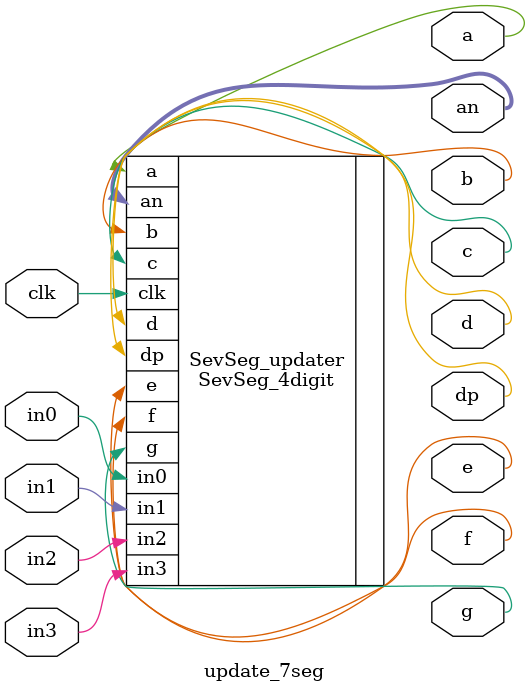
<source format=sv>
`timescale 1ns / 1ps


//--------------------------------updates 7 sgement----------------------------------//
module update_7seg(
    input clk, //100Mhz on Basys3
	input in0, in1, in2, in3,
	//7-segment signals
	output a, b, c, d, e, f, g, dp, 
    output [3:0] an
);

SevSeg_4digit SevSeg_updater(
	.clk(clk),
	.in3(in3), .in2(in2), .in1(in1), .in0(in0), //user inputs for each digit (hexadecimal)
	.a(a), .b(b), .c(c), .d(d), .e(e), .f(f), .g(g), .dp(dp), // just connect them to FPGA pins (individual LEDs).
	.an(an)   // just connect them to FPGA pins (enable vector for 4 digits active low) 
);
    
endmodule

</source>
